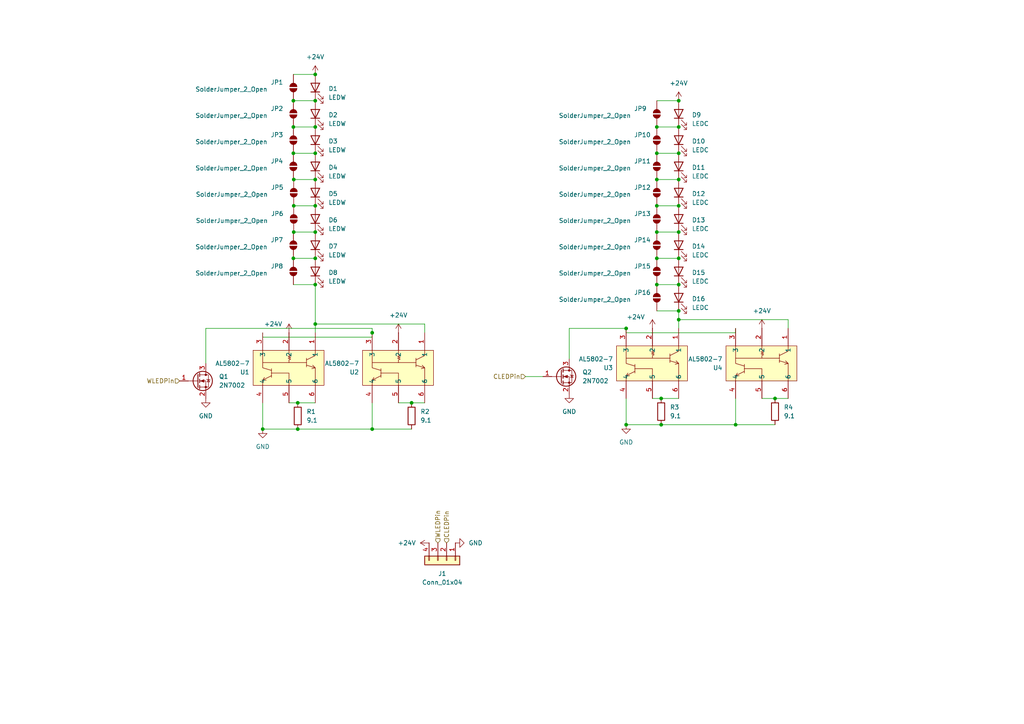
<source format=kicad_sch>
(kicad_sch (version 20250114) (generator "eeschema") (generator_version "9.0")
  (paper "A4")
  (lib_symbols
    (symbol "Connector_Generic:Conn_01x04" (pin_names (offset 1.016) (hide yes))
      (property "Reference" "J" (at 0 5.08 0))
      (property "Value" "Conn_01x04" (at 0 -7.62 0))
      (symbol "Conn_01x04_1_1"
        (rectangle (start -1.27 3.81) (end 1.27 -6.35) (stroke (width 0.254)) (fill (type background)))
        (rectangle (start -1.27 2.667) (end 0 2.413) (stroke (width 0.1524)))
        (rectangle (start -1.27 0.127) (end 0 -0.127) (stroke (width 0.1524)))
        (rectangle (start -1.27 -2.413) (end 0 -2.667) (stroke (width 0.1524)))
        (rectangle (start -1.27 -4.953) (end 0 -5.207) (stroke (width 0.1524)))
        (pin passive line (at -5.08 2.54 0) (length 3.81) (name "Pin_1") (number "1"))
        (pin passive line (at -5.08 0 0) (length 3.81) (name "Pin_2") (number "2"))
        (pin passive line (at -5.08 -2.54 0) (length 3.81) (name "Pin_3") (number "3"))
        (pin passive line (at -5.08 -5.08 0) (length 3.81) (name "Pin_4") (number "4"))
      )
    )
    (symbol "Device:LED" (pin_numbers (hide yes)) (pin_names (offset 1.016) (hide yes))
      (property "Reference" "D" (at 0 2.54 0))
      (property "Value" "LED" (at 0 -2.54 0))
      (symbol "LED_0_1"
        (polyline (pts (xy -3.048 -0.762) (xy -4.572 -2.286) (xy -3.81 -2.286) (xy -4.572 -2.286) (xy -4.572 -1.524)))
        (polyline (pts (xy -1.778 -0.762) (xy -3.302 -2.286) (xy -2.54 -2.286) (xy -3.302 -2.286) (xy -3.302 -1.524)))
        (polyline (pts (xy -1.27 0) (xy 1.27 0)))
        (polyline (pts (xy -1.27 -1.27) (xy -1.27 1.27)) (stroke (width 0.254)))
        (polyline (pts (xy 1.27 -1.27) (xy 1.27 1.27) (xy -1.27 0) (xy 1.27 -1.27)) (stroke (width 0.254)))
      )
      (symbol "LED_1_1"
        (pin passive line (at -3.81 0 0) (length 2.54) (name "K") (number "1"))
        (pin passive line (at 3.81 0 180) (length 2.54) (name "A") (number "2"))
      )
    )
    (symbol "Device:R" (pin_numbers (hide yes)) (pin_names (offset 0))
      (property "Reference" "R" (at 2.032 0 90))
      (property "Value" "R" (at 0 0 90))
      (symbol "R_0_1"
        (rectangle (start -1.016 -2.54) (end 1.016 2.54) (stroke (width 0.254)))
      )
      (symbol "R_1_1"
        (pin passive line (at 0 3.81 270) (length 1.27) (name "~") (number "1"))
        (pin passive line (at 0 -3.81 90) (length 1.27) (name "~") (number "2"))
      )
    )
    (symbol "Jumper:SolderJumper_2_Open" (pin_numbers (hide yes)) (pin_names (offset 0) (hide yes)) (in_bom no)
      (property "Reference" "JP" (at 0 2.032 0))
      (property "Value" "SolderJumper_2_Open" (at 0 -2.54 0))
      (symbol "SolderJumper_2_Open_0_1"
        (polyline (pts (xy -0.254 1.016) (xy -0.254 -1.016)))
        (arc (start -0.254 -1.016) (mid -1.2656 0) (end -0.254 1.016))
        (arc (start -0.254 -1.016) (mid -1.2656 0) (end -0.254 1.016) (fill (type outline)))
        (arc (start 0.254 1.016) (mid 1.2656 0) (end 0.254 -1.016))
        (arc (start 0.254 1.016) (mid 1.2656 0) (end 0.254 -1.016) (fill (type outline)))
        (polyline (pts (xy 0.254 1.016) (xy 0.254 -1.016)))
      )
      (symbol "SolderJumper_2_Open_1_1"
        (pin passive line (at -3.81 0 0) (length 2.54) (name "A") (number "1"))
        (pin passive line (at 3.81 0 180) (length 2.54) (name "B") (number "2"))
      )
    )
    (symbol "Transistor_FET:2N7002" (pin_names (hide yes))
      (property "Reference" "Q" (at 5.08 1.905 0))
      (property "Value" "2N7002" (at 5.08 0 0))
      (symbol "2N7002_0_1"
        (polyline (pts (xy 0.254 1.905) (xy 0.254 -1.905)) (stroke (width 0.254)))
        (polyline (pts (xy 0.254 0) (xy -2.54 0)))
        (polyline (pts (xy 0.762 2.286) (xy 0.762 1.27)) (stroke (width 0.254)))
        (polyline (pts (xy 0.762 0.508) (xy 0.762 -0.508)) (stroke (width 0.254)))
        (polyline (pts (xy 0.762 -1.27) (xy 0.762 -2.286)) (stroke (width 0.254)))
        (polyline (pts (xy 0.762 -1.778) (xy 3.302 -1.778) (xy 3.302 1.778) (xy 0.762 1.778)))
        (polyline (pts (xy 1.016 0) (xy 2.032 0.381) (xy 2.032 -0.381) (xy 1.016 0)) (fill (type outline)))
        (circle (center 1.651 0) (radius 2.794) (stroke (width 0.254)))
        (polyline (pts (xy 2.54 2.54) (xy 2.54 1.778)))
        (circle (center 2.54 1.778) (radius 0.254) (fill (type outline)))
        (circle (center 2.54 -1.778) (radius 0.254) (fill (type outline)))
        (polyline (pts (xy 2.54 -2.54) (xy 2.54 0) (xy 0.762 0)))
        (polyline (pts (xy 2.794 0.508) (xy 2.921 0.381) (xy 3.683 0.381) (xy 3.81 0.254)))
        (polyline (pts (xy 3.302 0.381) (xy 2.921 -0.254) (xy 3.683 -0.254) (xy 3.302 0.381)))
      )
      (symbol "2N7002_1_1"
        (pin input line (at -5.08 0 0) (length 2.54) (name "G") (number "1"))
        (pin passive line (at 2.54 5.08 270) (length 2.54) (name "D") (number "3"))
        (pin passive line (at 2.54 -5.08 90) (length 2.54) (name "S") (number "2"))
      )
    )
    (symbol "easyeda2kicad:AL5802-7"
      (property "Reference" "U" (at 0 15.24 0))
      (property "Value" "AL5802-7" (at 0 -15.24 0))
      (symbol "AL5802-7_0_1"
        (rectangle (start -10.16 5.08) (end 10.41 -5.08) (fill (type background)))
        (polyline (pts (xy -6.6 0.25) (xy -7.62 0) (xy -6.86 -0.76)))
        (polyline (pts (xy -5.08 -0.76) (xy -7.62 0) (xy -7.62 5.08)))
        (polyline (pts (xy -5.08 -1.52) (xy 7.62 -1.52)))
        (polyline (pts (xy -5.08 -2.29) (xy -7.62 -3.56) (xy -7.62 -5.08)))
        (polyline (pts (xy -5.08 -2.79) (xy -5.08 -0.25)))
        (polyline (pts (xy 0 5.08) (xy 0 1.52) (xy 5.08 1.52)))
        (polyline (pts (xy 0 -1.52) (xy 0 -2.29) (xy -0.51 -2.54) (xy 0.25 -2.79) (xy -0.51 -3.05) (xy 0.25 -3.3) (xy -0.51 -3.56) (xy 0 -3.81) (xy 0 -5.08)))
        (polyline (pts (xy 5.08 2.79) (xy 5.08 0.25)))
        (polyline (pts (xy 5.08 2.29) (xy 7.62 3.56) (xy 7.62 5.08)))
        (polyline (pts (xy 5.08 0.76) (xy 7.62 0) (xy 7.62 -5.08)))
        (polyline (pts (xy 6.6 3.56) (xy 7.62 3.56) (xy 7.11 2.79)))
        (pin unspecified line (at -7.62 10.16 270) (length 5.08) (name "6") (number "6"))
        (pin unspecified line (at -7.62 -10.16 90) (length 5.08) (name "1") (number "1"))
        (pin unspecified line (at 0 10.16 270) (length 5.08) (name "5") (number "5"))
        (pin unspecified line (at 0 -10.16 90) (length 5.08) (name "2") (number "2"))
        (pin unspecified line (at 7.62 10.16 270) (length 5.08) (name "4") (number "4"))
        (pin unspecified line (at 7.62 -10.16 90) (length 5.08) (name "3") (number "3"))
      )
    )
    (symbol "power:+24V" (power) (pin_numbers (hide yes)) (pin_names (offset 0) (hide yes))
      (property "Value" "+24V" (at 0 3.556 0))
      (symbol "+24V_0_1"
        (polyline (pts (xy -0.762 1.27) (xy 0 2.54)))
        (polyline (pts (xy 0 2.54) (xy 0.762 1.27)))
        (polyline (pts (xy 0 0) (xy 0 2.54)))
      )
      (symbol "+24V_1_1"
        (pin power_in line (at 0 0 90) (length 0) (name "~") (number "1"))
      )
    )
    (symbol "power:GND" (power) (pin_numbers (hide yes)) (pin_names (offset 0) (hide yes))
      (property "Value" "GND" (at 0 -3.81 0))
      (symbol "GND_0_1"
        (polyline (pts (xy 0 0) (xy 0 -1.27) (xy 1.27 -1.27) (xy 0 -2.54) (xy -1.27 -1.27) (xy 0 -1.27)))
      )
      (symbol "GND_1_1"
        (pin power_in line (at 0 0 270) (length 0) (name "~") (number "1"))
      )
    )
  )
  (junction (at 119.38 116.84))
  (junction (at 196.85 36.83))
  (junction (at 85.1962 52.07))
  (junction (at 196.85 59.69))
  (junction (at 190.5 67.31))
  (junction (at 91.44 93.98))
  (junction (at 196.85 52.07))
  (junction (at 91.44 52.07))
  (junction (at 190.5 59.69))
  (junction (at 85.1962 59.69))
  (junction (at 85.1962 67.31))
  (junction (at 91.44 67.31))
  (junction (at 190.5 74.93))
  (junction (at 86.36 116.84))
  (junction (at 190.5 52.07))
  (junction (at 85.09 36.83))
  (junction (at 196.85 44.45))
  (junction (at 191.77 115.57))
  (junction (at 181.61 123.19))
  (junction (at 86.36 124.46))
  (junction (at 213.36 123.19))
  (junction (at 190.5 36.83))
  (junction (at 85.09 44.45))
  (junction (at 91.44 59.69))
  (junction (at 91.44 44.45))
  (junction (at 190.5 44.45))
  (junction (at 224.79 115.57))
  (junction (at 190.5 82.55))
  (junction (at 196.85 74.93))
  (junction (at 76.2 124.46))
  (junction (at 196.85 90.17))
  (junction (at 85.09 29.21))
  (junction (at 91.44 29.21))
  (junction (at 196.85 92.71))
  (junction (at 196.85 29.21))
  (junction (at 196.85 67.31))
  (junction (at 107.95 124.46))
  (junction (at 85.09 74.93))
  (junction (at 91.44 21.59))
  (junction (at 196.85 82.55))
  (junction (at 107.95 96.52))
  (junction (at 91.44 74.93))
  (junction (at 191.77 123.19))
  (junction (at 91.44 82.55))
  (junction (at 91.44 36.83))
  (junction (at 181.61 95.25))
  (wire (pts (xy 181.61 96.52) (xy 181.61 95.25)))
  (wire (pts (xy 190.5 29.21) (xy 196.85 29.21)))
  (wire (pts (xy 91.44 93.98) (xy 91.44 96.52)))
  (wire (pts (xy 213.36 115.57) (xy 213.36 123.19)))
  (wire (pts (xy 85.09 74.93) (xy 91.44 74.93)))
  (wire (pts (xy 224.79 115.57) (xy 228.6 115.57)))
  (wire (pts (xy 85.09 52.07) (xy 85.1962 52.07)))
  (wire (pts (xy 76.2 116.84) (xy 76.2 124.46)))
  (wire (pts (xy 152.4 109.22) (xy 157.48 109.22)))
  (wire (pts (xy 228.6 92.71) (xy 228.6 95.25)))
  (wire (pts (xy 85.09 67.31) (xy 85.1962 67.31)))
  (wire (pts (xy 181.61 95.25) (xy 165.1 95.25)))
  (wire (pts (xy 190.5 44.45) (xy 196.85 44.45)))
  (wire (pts (xy 190.5 74.93) (xy 196.85 74.93)))
  (wire (pts (xy 86.36 124.46) (xy 107.95 124.46)))
  (wire (pts (xy 191.77 123.19) (xy 181.61 123.19)))
  (wire (pts (xy 190.5 90.17) (xy 196.85 90.17)))
  (wire (pts (xy 119.38 116.84) (xy 123.19 116.84)))
  (wire (pts (xy 83.82 116.84) (xy 86.36 116.84)))
  (wire (pts (xy 190.5 67.31) (xy 196.85 67.31)))
  (wire (pts (xy 107.95 124.46) (xy 119.38 124.46)))
  (wire (pts (xy 115.57 116.84) (xy 119.38 116.84)))
  (wire (pts (xy 86.36 116.84) (xy 91.44 116.84)))
  (wire (pts (xy 213.36 123.19) (xy 224.79 123.19)))
  (wire (pts (xy 91.44 67.31) (xy 91.5462 67.31)))
  (wire (pts (xy 190.5 59.69) (xy 196.85 59.69)))
  (wire (pts (xy 85.1962 59.69) (xy 91.44 59.69)))
  (wire (pts (xy 190.5 82.55) (xy 196.85 82.55)))
  (wire (pts (xy 190.5 52.07) (xy 196.85 52.07)))
  (wire (pts (xy 85.09 82.55) (xy 91.44 82.55)))
  (wire (pts (xy 91.44 59.69) (xy 91.5462 59.69)))
  (wire (pts (xy 191.77 123.19) (xy 213.36 123.19)))
  (wire (pts (xy 76.2 97.79) (xy 107.95 97.79)))
  (wire (pts (xy 189.23 115.57) (xy 191.77 115.57)))
  (wire (pts (xy 181.61 115.57) (xy 181.61 123.19)))
  (wire (pts (xy 85.09 36.83) (xy 91.44 36.83)))
  (wire (pts (xy 196.85 92.71) (xy 196.85 95.25)))
  (wire (pts (xy 107.95 96.52) (xy 107.95 97.79)))
  (wire (pts (xy 59.69 95.25) (xy 107.95 95.25)))
  (wire (pts (xy 123.19 93.98) (xy 123.19 96.52)))
  (wire (pts (xy 190.5 36.83) (xy 196.85 36.83)))
  (wire (pts (xy 91.44 82.55) (xy 91.44 93.98)))
  (wire (pts (xy 91.44 93.98) (xy 123.19 93.98)))
  (wire (pts (xy 165.1 95.25) (xy 165.1 104.14)))
  (wire (pts (xy 191.77 115.57) (xy 196.85 115.57)))
  (wire (pts (xy 181.61 96.52) (xy 213.36 96.52)))
  (wire (pts (xy 59.69 95.25) (xy 59.69 105.41)))
  (wire (pts (xy 85.1962 52.07) (xy 91.44 52.07)))
  (wire (pts (xy 76.2 97.79) (xy 76.2 96.52)))
  (wire (pts (xy 86.36 124.46) (xy 76.2 124.46)))
  (wire (pts (xy 213.36 95.25) (xy 213.36 96.52)))
  (wire (pts (xy 196.85 90.17) (xy 196.85 92.71)))
  (wire (pts (xy 85.09 29.21) (xy 91.44 29.21)))
  (wire (pts (xy 85.09 21.59) (xy 91.44 21.59)))
  (wire (pts (xy 220.98 115.57) (xy 224.79 115.57)))
  (wire (pts (xy 91.44 52.07) (xy 91.5462 52.07)))
  (wire (pts (xy 85.1962 67.31) (xy 91.44 67.31)))
  (wire (pts (xy 85.09 44.45) (xy 91.44 44.45)))
  (wire (pts (xy 107.95 95.25) (xy 107.95 96.52)))
  (wire (pts (xy 196.85 92.71) (xy 228.6 92.71)))
  (wire (pts (xy 107.95 116.84) (xy 107.95 124.46)))
  (hierarchical_label "WLEDPin" (shape input) (at 52.07 110.49 180))
  (hierarchical_label "CLEDPin" (shape input) (at 152.4 109.22 180))
  (hierarchical_label "CLEDPin" (shape input) (at 129.54 157.48 90))
  (hierarchical_label "WLEDPin" (shape input) (at 127 157.48 90))
  (symbol (lib_id "Jumper:SolderJumper_2_Open") (at 190.5 78.74 270) (unit 1) (in_bom no)
    (property "Reference" "JP15" (at 183.896 77.216 90) (effects (justify left)))
    (property "Value" "SolderJumper_2_Open" (at 162.052 79.248 90) (effects (justify left)))
    (property "Footprint" "Jumper:SolderJumper-2_P1.3mm_Open_RoundedPad1.0x1.5mm" (effects (hide yes)))
    (property "Description" "Solder Jumper, 2-pole, open" (effects (hide yes)))
  )
  (symbol (lib_id "Device:LED") (at 196.85 71.12 90) (unit 1)
    (property "Reference" "D14" (at 200.66 71.4374 90) (effects (justify right)))
    (property "Value" "LEDC" (at 200.66 73.9774 90) (effects (justify right)))
    (property "Footprint" "LED_SMD:LED_PLCC_2835" (effects (hide yes)))
    (property "Description" "Light emitting diode" (effects (hide yes)))
    (property "Sim.Pins" "1=K 2=A" (effects (hide yes)))
  )
  (symbol (lib_id "power:+24V") (at 220.98 95.25 0) (unit 1)
    (property "Reference" "#PWR0105" (effects (hide yes)))
    (property "Value" "+24V" (at 220.98 90.17 0))
    (property "Description" "Power symbol creates a global label with name \"+24V\"" (effects (hide yes)))
  )
  (symbol (lib_id "Connector_Generic:Conn_01x04") (at 129.54 162.56 270) (unit 1)
    (property "Reference" "J1" (at 128.27 166.37 90))
    (property "Value" "Conn_01x04" (at 128.27 168.91 90))
    (property "Footprint" "Connector_JST:JST_XH_B4B-XH-AM_1x04_P2.50mm_Vertical" (effects (hide yes)))
    (property "Description" "Generic connector, single row, 01x04, script generated (kicad-library-utils/schlib/autogen/connector/)" (effects (hide yes)))
  )
  (symbol (lib_id "Jumper:SolderJumper_2_Open") (at 190.5 33.02 270) (unit 1) (in_bom no)
    (property "Reference" "JP9" (at 183.896 31.496 90) (effects (justify left)))
    (property "Value" "SolderJumper_2_Open" (at 162.052 33.528 90) (effects (justify left)))
    (property "Footprint" "Jumper:SolderJumper-2_P1.3mm_Open_RoundedPad1.0x1.5mm" (effects (hide yes)))
    (property "Description" "Solder Jumper, 2-pole, open" (effects (hide yes)))
  )
  (symbol (lib_id "Device:LED") (at 196.85 63.5 90) (unit 1)
    (property "Reference" "D13" (at 200.66 63.8174 90) (effects (justify right)))
    (property "Value" "LEDC" (at 200.66 66.3574 90) (effects (justify right)))
    (property "Footprint" "LED_SMD:LED_PLCC_2835" (effects (hide yes)))
    (property "Description" "Light emitting diode" (effects (hide yes)))
    (property "Sim.Pins" "1=K 2=A" (effects (hide yes)))
  )
  (symbol (lib_id "power:GND") (at 132.08 157.48 90) (unit 1)
    (property "Reference" "#PWR0111" (effects (hide yes)))
    (property "Value" "GND" (at 135.89 157.4799 90) (effects (justify right)))
    (property "Description" "Power symbol creates a global label with name \"GND\" , ground" (effects (hide yes)))
  )
  (symbol (lib_id "Device:R") (at 119.38 120.65 0) (unit 1)
    (property "Reference" "R2" (at 121.92 119.3799 0) (effects (justify left)))
    (property "Value" "9.1" (at 121.92 121.9199 0) (effects (justify left)))
    (property "Footprint" "Resistor_SMD:R_0603_1608Metric" (effects (hide yes)))
    (property "Description" "Resistor" (effects (hide yes)))
  )
  (symbol (lib_id "Transistor_FET:2N7002") (at 57.15 110.49 0) (unit 1)
    (property "Reference" "Q1" (at 63.5 109.2199 0) (effects (justify left)))
    (property "Value" "2N7002" (at 63.5 111.7599 0) (effects (justify left)))
    (property "Footprint" "Package_TO_SOT_SMD:SOT-23" (effects (hide yes)))
    (property "Datasheet" "https://www.onsemi.com/pub/Collateral/NDS7002A-D.PDF" (effects (hide yes)))
    (property "Description" "0.115A Id, 60V Vds, N-Channel MOSFET, SOT-23" (effects (hide yes)))
  )
  (symbol (lib_id "Device:R") (at 86.36 120.65 0) (unit 1)
    (property "Reference" "R1" (at 88.9 119.3799 0) (effects (justify left)))
    (property "Value" "9.1" (at 88.9 121.9199 0) (effects (justify left)))
    (property "Footprint" "Resistor_SMD:R_0603_1608Metric" (effects (hide yes)))
    (property "Description" "Resistor" (effects (hide yes)))
  )
  (symbol (lib_id "Device:LED") (at 91.44 48.26 90) (unit 1)
    (property "Reference" "D4" (at 95.25 48.5774 90) (effects (justify right)))
    (property "Value" "LEDW" (at 95.25 51.1174 90) (effects (justify right)))
    (property "Footprint" "LED_SMD:LED_PLCC_2835" (effects (hide yes)))
    (property "Description" "Light emitting diode" (effects (hide yes)))
    (property "Sim.Pins" "1=K 2=A" (effects (hide yes)))
  )
  (symbol (lib_id "Jumper:SolderJumper_2_Open") (at 190.5 40.64 270) (unit 1) (in_bom no)
    (property "Reference" "JP10" (at 183.896 39.116 90) (effects (justify left)))
    (property "Value" "SolderJumper_2_Open" (at 162.052 41.148 90) (effects (justify left)))
    (property "Footprint" "Jumper:SolderJumper-2_P1.3mm_Open_RoundedPad1.0x1.5mm" (effects (hide yes)))
    (property "Description" "Solder Jumper, 2-pole, open" (effects (hide yes)))
  )
  (symbol (lib_id "Jumper:SolderJumper_2_Open") (at 190.5 86.36 270) (unit 1) (in_bom no)
    (property "Reference" "JP16" (at 183.896 84.836 90) (effects (justify left)))
    (property "Value" "SolderJumper_2_Open" (at 162.052 86.868 90) (effects (justify left)))
    (property "Footprint" "Jumper:SolderJumper-2_P1.3mm_Open_RoundedPad1.0x1.5mm" (effects (hide yes)))
    (property "Description" "Solder Jumper, 2-pole, open" (effects (hide yes)))
  )
  (symbol (lib_id "Device:LED") (at 91.44 33.02 90) (unit 1)
    (property "Reference" "D2" (at 95.25 33.3374 90) (effects (justify right)))
    (property "Value" "LEDW" (at 95.25 35.8774 90) (effects (justify right)))
    (property "Footprint" "LED_SMD:LED_PLCC_2835" (effects (hide yes)))
    (property "Description" "Light emitting diode" (effects (hide yes)))
    (property "Sim.Pins" "1=K 2=A" (effects (hide yes)))
  )
  (symbol (lib_id "Device:R") (at 191.77 119.38 0) (unit 1)
    (property "Reference" "R3" (at 194.31 118.1099 0) (effects (justify left)))
    (property "Value" "9.1" (at 194.31 120.6499 0) (effects (justify left)))
    (property "Footprint" "Resistor_SMD:R_0603_1608Metric" (effects (hide yes)))
    (property "Description" "Resistor" (effects (hide yes)))
  )
  (symbol (lib_id "Device:LED") (at 196.85 48.26 90) (unit 1)
    (property "Reference" "D11" (at 200.66 48.5774 90) (effects (justify right)))
    (property "Value" "LEDC" (at 200.66 51.1174 90) (effects (justify right)))
    (property "Footprint" "LED_SMD:LED_PLCC_2835" (effects (hide yes)))
    (property "Description" "Light emitting diode" (effects (hide yes)))
    (property "Sim.Pins" "1=K 2=A" (effects (hide yes)))
  )
  (symbol (lib_id "Jumper:SolderJumper_2_Open") (at 85.09 71.12 270) (unit 1) (in_bom no)
    (property "Reference" "JP7" (at 78.486 69.596 90) (effects (justify left)))
    (property "Value" "SolderJumper_2_Open" (at 56.642 71.628 90) (effects (justify left)))
    (property "Footprint" "Jumper:SolderJumper-2_P1.3mm_Open_RoundedPad1.0x1.5mm" (effects (hide yes)))
    (property "Description" "Solder Jumper, 2-pole, open" (effects (hide yes)))
  )
  (symbol (lib_id "easyeda2kicad:AL5802-7") (at 115.57 106.68 180) (unit 1)
    (property "Reference" "U2" (at 104.14 107.9501 0) (effects (justify left)))
    (property "Value" "AL5802-7" (at 104.14 105.4101 0) (effects (justify left)))
    (property "Footprint" "easyeda2kicad:SOT-23-6_L2.9-W1.6-P0.95-LS2.8-BR" (effects (hide yes)))
    (property "Datasheet" "https://lcsc.com/product-detail/LED-Drivers_DIODES_AL5802-7_AL5802-7_C129160.html" (effects (hide yes)))
    (property "LCSC Part" "C129160" (effects (hide yes)))
  )
  (symbol (lib_id "Jumper:SolderJumper_2_Open") (at 85.09 48.26 270) (unit 1) (in_bom no)
    (property "Reference" "JP4" (at 78.486 46.736 90) (effects (justify left)))
    (property "Value" "SolderJumper_2_Open" (at 56.642 48.768 90) (effects (justify left)))
    (property "Footprint" "Jumper:SolderJumper-2_P1.3mm_Open_RoundedPad1.0x1.5mm" (effects (hide yes)))
    (property "Description" "Solder Jumper, 2-pole, open" (effects (hide yes)))
  )
  (symbol (lib_id "Jumper:SolderJumper_2_Open") (at 190.5 55.88 270) (unit 1) (in_bom no)
    (property "Reference" "JP12" (at 183.896 54.356 90) (effects (justify left)))
    (property "Value" "SolderJumper_2_Open" (at 162.052 56.388 90) (effects (justify left)))
    (property "Footprint" "Jumper:SolderJumper-2_P1.3mm_Open_RoundedPad1.0x1.5mm" (effects (hide yes)))
    (property "Description" "Solder Jumper, 2-pole, open" (effects (hide yes)))
  )
  (symbol (lib_id "Device:LED") (at 91.44 71.12 90) (unit 1)
    (property "Reference" "D7" (at 95.25 71.4374 90) (effects (justify right)))
    (property "Value" "LEDW" (at 95.25 73.9774 90) (effects (justify right)))
    (property "Footprint" "LED_SMD:LED_PLCC_2835" (effects (hide yes)))
    (property "Description" "Light emitting diode" (effects (hide yes)))
    (property "Sim.Pins" "1=K 2=A" (effects (hide yes)))
  )
  (symbol (lib_id "Jumper:SolderJumper_2_Open") (at 85.09 78.74 270) (unit 1) (in_bom no)
    (property "Reference" "JP8" (at 78.486 77.216 90) (effects (justify left)))
    (property "Value" "SolderJumper_2_Open" (at 56.642 79.248 90) (effects (justify left)))
    (property "Footprint" "Jumper:SolderJumper-2_P1.3mm_Open_RoundedPad1.0x1.5mm" (effects (hide yes)))
    (property "Description" "Solder Jumper, 2-pole, open" (effects (hide yes)))
  )
  (symbol (lib_id "Jumper:SolderJumper_2_Open") (at 190.5 71.12 270) (unit 1) (in_bom no)
    (property "Reference" "JP14" (at 183.896 69.596 90) (effects (justify left)))
    (property "Value" "SolderJumper_2_Open" (at 162.052 71.628 90) (effects (justify left)))
    (property "Footprint" "Jumper:SolderJumper-2_P1.3mm_Open_RoundedPad1.0x1.5mm" (effects (hide yes)))
    (property "Description" "Solder Jumper, 2-pole, open" (effects (hide yes)))
  )
  (symbol (lib_id "power:+24V") (at 83.82 96.52 0) (unit 1)
    (property "Reference" "#PWR0107" (effects (hide yes)))
    (property "Value" "+24V" (at 79.248 93.98 0))
    (property "Description" "Power symbol creates a global label with name \"+24V\"" (effects (hide yes)))
  )
  (symbol (lib_id "power:+24V") (at 196.85 29.21 0) (unit 1)
    (property "Reference" "#PWR0104" (effects (hide yes)))
    (property "Value" "+24V" (at 196.85 24.13 0))
    (property "Description" "Power symbol creates a global label with name \"+24V\"" (effects (hide yes)))
  )
  (symbol (lib_id "Jumper:SolderJumper_2_Open") (at 85.1962 55.88 270) (unit 1) (in_bom no)
    (property "Reference" "JP5" (at 78.5922 54.356 90) (effects (justify left)))
    (property "Value" "SolderJumper_2_Open" (at 56.7482 56.388 90) (effects (justify left)))
    (property "Footprint" "Jumper:SolderJumper-2_P1.3mm_Open_RoundedPad1.0x1.5mm" (effects (hide yes)))
    (property "Description" "Solder Jumper, 2-pole, open" (effects (hide yes)))
  )
  (symbol (lib_id "Jumper:SolderJumper_2_Open") (at 85.1962 63.5 270) (unit 1) (in_bom no)
    (property "Reference" "JP6" (at 78.5922 61.976 90) (effects (justify left)))
    (property "Value" "SolderJumper_2_Open" (at 56.7482 64.008 90) (effects (justify left)))
    (property "Footprint" "Jumper:SolderJumper-2_P1.3mm_Open_RoundedPad1.0x1.5mm" (effects (hide yes)))
    (property "Description" "Solder Jumper, 2-pole, open" (effects (hide yes)))
  )
  (symbol (lib_id "Device:R") (at 224.79 119.38 0) (unit 1)
    (property "Reference" "R4" (at 227.33 118.1099 0) (effects (justify left)))
    (property "Value" "9.1" (at 227.33 120.6499 0) (effects (justify left)))
    (property "Footprint" "Resistor_SMD:R_0603_1608Metric" (effects (hide yes)))
    (property "Description" "Resistor" (effects (hide yes)))
  )
  (symbol (lib_id "power:+24V") (at 91.44 21.59 0) (unit 1)
    (property "Reference" "#PWR0108" (effects (hide yes)))
    (property "Value" "+24V" (at 91.44 16.51 0))
    (property "Description" "Power symbol creates a global label with name \"+24V\"" (effects (hide yes)))
  )
  (symbol (lib_id "Device:LED") (at 91.44 55.88 90) (unit 1)
    (property "Reference" "D5" (at 95.25 56.1974 90) (effects (justify right)))
    (property "Value" "LEDW" (at 95.25 58.7374 90) (effects (justify right)))
    (property "Footprint" "LED_SMD:LED_PLCC_2835" (effects (hide yes)))
    (property "Description" "Light emitting diode" (effects (hide yes)))
    (property "Sim.Pins" "1=K 2=A" (effects (hide yes)))
  )
  (symbol (lib_id "Jumper:SolderJumper_2_Open") (at 190.5 48.26 270) (unit 1) (in_bom no)
    (property "Reference" "JP11" (at 183.896 46.736 90) (effects (justify left)))
    (property "Value" "SolderJumper_2_Open" (at 162.052 48.768 90) (effects (justify left)))
    (property "Footprint" "Jumper:SolderJumper-2_P1.3mm_Open_RoundedPad1.0x1.5mm" (effects (hide yes)))
    (property "Description" "Solder Jumper, 2-pole, open" (effects (hide yes)))
  )
  (symbol (lib_id "power:GND") (at 181.61 123.19 0) (unit 1)
    (property "Reference" "#PWR0101" (effects (hide yes)))
    (property "Value" "GND" (at 181.61 128.27 0))
    (property "Description" "Power symbol creates a global label with name \"GND\" , ground" (effects (hide yes)))
  )
  (symbol (lib_id "Device:LED") (at 196.85 86.36 90) (unit 1)
    (property "Reference" "D16" (at 200.66 86.6774 90) (effects (justify right)))
    (property "Value" "LEDC" (at 200.66 89.2174 90) (effects (justify right)))
    (property "Footprint" "LED_SMD:LED_PLCC_2835" (effects (hide yes)))
    (property "Description" "Light emitting diode" (effects (hide yes)))
    (property "Sim.Pins" "1=K 2=A" (effects (hide yes)))
  )
  (symbol (lib_id "power:+24V") (at 189.23 95.25 0) (unit 1)
    (property "Reference" "#PWR0103" (effects (hide yes)))
    (property "Value" "+24V" (at 184.404 91.948 0))
    (property "Description" "Power symbol creates a global label with name \"+24V\"" (effects (hide yes)))
  )
  (symbol (lib_id "power:+24V") (at 124.46 157.48 90) (unit 1)
    (property "Reference" "#PWR0112" (effects (hide yes)))
    (property "Value" "+24V" (at 120.65 157.4799 90) (effects (justify left)))
    (property "Description" "Power symbol creates a global label with name \"+24V\"" (effects (hide yes)))
  )
  (symbol (lib_id "easyeda2kicad:AL5802-7") (at 220.98 105.41 180) (unit 1)
    (property "Reference" "U4" (at 209.55 106.6801 0) (effects (justify left)))
    (property "Value" "AL5802-7" (at 209.55 104.1401 0) (effects (justify left)))
    (property "Footprint" "easyeda2kicad:SOT-23-6_L2.9-W1.6-P0.95-LS2.8-BR" (effects (hide yes)))
    (property "Datasheet" "https://lcsc.com/product-detail/LED-Drivers_DIODES_AL5802-7_AL5802-7_C129160.html" (effects (hide yes)))
    (property "LCSC Part" "C129160" (effects (hide yes)))
  )
  (symbol (lib_id "Device:LED") (at 196.85 33.02 90) (unit 1)
    (property "Reference" "D9" (at 200.66 33.3374 90) (effects (justify right)))
    (property "Value" "LEDC" (at 200.66 35.8774 90) (effects (justify right)))
    (property "Footprint" "LED_SMD:LED_PLCC_2835" (effects (hide yes)))
    (property "Description" "Light emitting diode" (effects (hide yes)))
    (property "Sim.Pins" "1=K 2=A" (effects (hide yes)))
  )
  (symbol (lib_id "Device:LED") (at 91.44 40.64 90) (unit 1)
    (property "Reference" "D3" (at 95.25 40.9574 90) (effects (justify right)))
    (property "Value" "LEDW" (at 95.25 43.4974 90) (effects (justify right)))
    (property "Footprint" "LED_SMD:LED_PLCC_2835" (effects (hide yes)))
    (property "Description" "Light emitting diode" (effects (hide yes)))
    (property "Sim.Pins" "1=K 2=A" (effects (hide yes)))
  )
  (symbol (lib_id "power:GND") (at 76.2 124.46 0) (unit 1)
    (property "Reference" "#PWR0109" (effects (hide yes)))
    (property "Value" "GND" (at 76.2 129.54 0))
    (property "Description" "Power symbol creates a global label with name \"GND\" , ground" (effects (hide yes)))
  )
  (symbol (lib_id "Jumper:SolderJumper_2_Open") (at 85.09 33.02 270) (unit 1) (in_bom no)
    (property "Reference" "JP2" (at 78.486 31.496 90) (effects (justify left)))
    (property "Value" "SolderJumper_2_Open" (at 56.642 33.528 90) (effects (justify left)))
    (property "Footprint" "Jumper:SolderJumper-2_P1.3mm_Open_RoundedPad1.0x1.5mm" (effects (hide yes)))
    (property "Description" "Solder Jumper, 2-pole, open" (effects (hide yes)))
  )
  (symbol (lib_id "Device:LED") (at 91.44 78.74 90) (unit 1)
    (property "Reference" "D8" (at 95.25 79.0574 90) (effects (justify right)))
    (property "Value" "LEDW" (at 95.25 81.5974 90) (effects (justify right)))
    (property "Footprint" "LED_SMD:LED_PLCC_2835" (effects (hide yes)))
    (property "Description" "Light emitting diode" (effects (hide yes)))
    (property "Sim.Pins" "1=K 2=A" (effects (hide yes)))
  )
  (symbol (lib_id "Device:LED") (at 91.44 63.5 90) (unit 1)
    (property "Reference" "D6" (at 95.25 63.8174 90) (effects (justify right)))
    (property "Value" "LEDW" (at 95.25 66.3574 90) (effects (justify right)))
    (property "Footprint" "LED_SMD:LED_PLCC_2835" (effects (hide yes)))
    (property "Description" "Light emitting diode" (effects (hide yes)))
    (property "Sim.Pins" "1=K 2=A" (effects (hide yes)))
  )
  (symbol (lib_id "power:GND") (at 59.69 115.57 0) (unit 1)
    (property "Reference" "#PWR0106" (effects (hide yes)))
    (property "Value" "GND" (at 59.69 120.65 0))
    (property "Description" "Power symbol creates a global label with name \"GND\" , ground" (effects (hide yes)))
  )
  (symbol (lib_id "Device:LED") (at 196.85 78.74 90) (unit 1)
    (property "Reference" "D15" (at 200.66 79.0574 90) (effects (justify right)))
    (property "Value" "LEDC" (at 200.66 81.5974 90) (effects (justify right)))
    (property "Footprint" "LED_SMD:LED_PLCC_2835" (effects (hide yes)))
    (property "Description" "Light emitting diode" (effects (hide yes)))
    (property "Sim.Pins" "1=K 2=A" (effects (hide yes)))
  )
  (symbol (lib_id "Transistor_FET:2N7002") (at 162.56 109.22 0) (unit 1)
    (property "Reference" "Q2" (at 168.91 107.9499 0) (effects (justify left)))
    (property "Value" "2N7002" (at 168.91 110.4899 0) (effects (justify left)))
    (property "Footprint" "Package_TO_SOT_SMD:SOT-23" (effects (hide yes)))
    (property "Datasheet" "https://www.onsemi.com/pub/Collateral/NDS7002A-D.PDF" (effects (hide yes)))
    (property "Description" "0.115A Id, 60V Vds, N-Channel MOSFET, SOT-23" (effects (hide yes)))
  )
  (symbol (lib_id "power:GND") (at 165.1 114.3 0) (unit 1)
    (property "Reference" "#PWR0102" (effects (hide yes)))
    (property "Value" "GND" (at 165.1 119.38 0))
    (property "Description" "Power symbol creates a global label with name \"GND\" , ground" (effects (hide yes)))
  )
  (symbol (lib_id "Device:LED") (at 91.44 25.4 90) (unit 1)
    (property "Reference" "D1" (at 95.25 25.7174 90) (effects (justify right)))
    (property "Value" "LEDW" (at 95.25 28.2574 90) (effects (justify right)))
    (property "Footprint" "LED_SMD:LED_PLCC_2835" (effects (hide yes)))
    (property "Description" "Light emitting diode" (effects (hide yes)))
    (property "Sim.Pins" "1=K 2=A" (effects (hide yes)))
  )
  (symbol (lib_id "easyeda2kicad:AL5802-7") (at 189.23 105.41 180) (unit 1)
    (property "Reference" "U3" (at 177.8 106.6801 0) (effects (justify left)))
    (property "Value" "AL5802-7" (at 177.8 104.1401 0) (effects (justify left)))
    (property "Footprint" "easyeda2kicad:SOT-23-6_L2.9-W1.6-P0.95-LS2.8-BR" (effects (hide yes)))
    (property "Datasheet" "https://lcsc.com/product-detail/LED-Drivers_DIODES_AL5802-7_AL5802-7_C129160.html" (effects (hide yes)))
    (property "LCSC Part" "C129160" (effects (hide yes)))
  )
  (symbol (lib_id "Jumper:SolderJumper_2_Open") (at 85.09 25.4 270) (unit 1) (in_bom no)
    (property "Reference" "JP1" (at 78.486 23.876 90) (effects (justify left)))
    (property "Value" "SolderJumper_2_Open" (at 56.642 25.908 90) (effects (justify left)))
    (property "Footprint" "Jumper:SolderJumper-2_P1.3mm_Open_RoundedPad1.0x1.5mm" (effects (hide yes)))
    (property "Description" "Solder Jumper, 2-pole, open" (effects (hide yes)))
  )
  (symbol (lib_id "Device:LED") (at 196.85 40.64 90) (unit 1)
    (property "Reference" "D10" (at 200.66 40.9574 90) (effects (justify right)))
    (property "Value" "LEDC" (at 200.66 43.4974 90) (effects (justify right)))
    (property "Footprint" "LED_SMD:LED_PLCC_2835" (effects (hide yes)))
    (property "Description" "Light emitting diode" (effects (hide yes)))
    (property "Sim.Pins" "1=K 2=A" (effects (hide yes)))
  )
  (symbol (lib_id "Jumper:SolderJumper_2_Open") (at 85.09 40.64 270) (unit 1) (in_bom no)
    (property "Reference" "JP3" (at 78.486 39.116 90) (effects (justify left)))
    (property "Value" "SolderJumper_2_Open" (at 56.642 41.148 90) (effects (justify left)))
    (property "Footprint" "Jumper:SolderJumper-2_P1.3mm_Open_RoundedPad1.0x1.5mm" (effects (hide yes)))
    (property "Description" "Solder Jumper, 2-pole, open" (effects (hide yes)))
  )
  (symbol (lib_id "easyeda2kicad:AL5802-7") (at 83.82 106.68 180) (unit 1)
    (property "Reference" "U1" (at 72.39 107.9501 0) (effects (justify left)))
    (property "Value" "AL5802-7" (at 72.39 105.4101 0) (effects (justify left)))
    (property "Footprint" "easyeda2kicad:SOT-23-6_L2.9-W1.6-P0.95-LS2.8-BR" (effects (hide yes)))
    (property "Datasheet" "https://lcsc.com/product-detail/LED-Drivers_DIODES_AL5802-7_AL5802-7_C129160.html" (effects (hide yes)))
    (property "LCSC Part" "C129160" (effects (hide yes)))
  )
  (symbol (lib_id "Jumper:SolderJumper_2_Open") (at 190.5 63.5 270) (unit 1) (in_bom no)
    (property "Reference" "JP13" (at 183.896 61.976 90) (effects (justify left)))
    (property "Value" "SolderJumper_2_Open" (at 162.052 64.008 90) (effects (justify left)))
    (property "Footprint" "Jumper:SolderJumper-2_P1.3mm_Open_RoundedPad1.0x1.5mm" (effects (hide yes)))
    (property "Description" "Solder Jumper, 2-pole, open" (effects (hide yes)))
  )
  (symbol (lib_id "Device:LED") (at 196.85 55.88 90) (unit 1)
    (property "Reference" "D12" (at 200.66 56.1974 90) (effects (justify right)))
    (property "Value" "LEDC" (at 200.66 58.7374 90) (effects (justify right)))
    (property "Footprint" "LED_SMD:LED_PLCC_2835" (effects (hide yes)))
    (property "Description" "Light emitting diode" (effects (hide yes)))
    (property "Sim.Pins" "1=K 2=A" (effects (hide yes)))
  )
  (symbol (lib_id "power:+24V") (at 115.57 96.52 0) (unit 1)
    (property "Reference" "#PWR0110" (effects (hide yes)))
    (property "Value" "+24V" (at 115.57 91.44 0))
    (property "Description" "Power symbol creates a global label with name \"+24V\"" (effects (hide yes)))
  )
)
</source>
